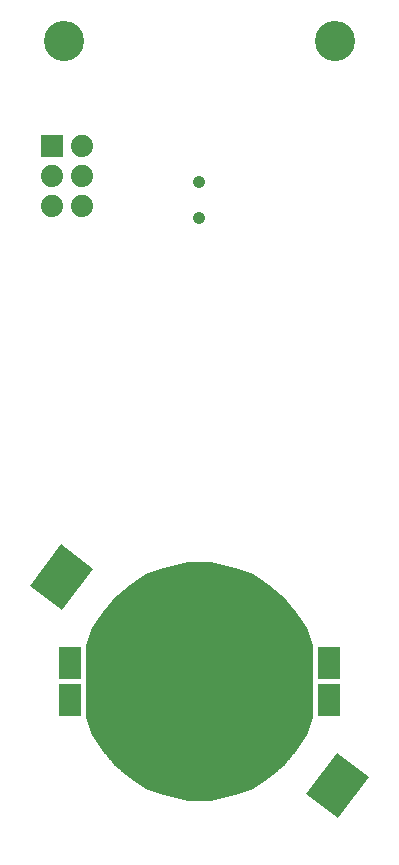
<source format=gbr>
G75*
%MOIN*%
%OFA0B0*%
%FSLAX25Y25*%
%IPPOS*%
%LPD*%
%AMOC8*
5,1,8,0,0,1.08239X$1,22.5*
%
%ADD10C,0.13398*%
%ADD11R,0.07800X0.10800*%
%ADD12C,0.32296*%
%ADD13C,0.00500*%
%ADD14R,0.07400X0.07400*%
%ADD15C,0.07400*%
%ADD16R,0.13398X0.17335*%
%ADD17C,0.04146*%
D10*
X0013780Y0261811D03*
X0104331Y0261811D03*
D11*
X0102362Y0054331D03*
X0015748Y0054331D03*
X0102362Y0042126D03*
X0015748Y0042126D03*
D12*
X0059055Y0048228D03*
D13*
X0059055Y0087598D02*
X0062992Y0087598D01*
X0070866Y0085630D01*
X0076772Y0083661D01*
X0082677Y0079724D01*
X0087008Y0076181D01*
X0090551Y0071850D01*
X0094488Y0065945D01*
X0096457Y0060039D01*
X0096457Y0048228D01*
X0059055Y0048228D01*
X0059055Y0087598D01*
X0059055Y0048356D02*
X0096457Y0048356D01*
X0096457Y0048854D02*
X0059055Y0048854D01*
X0059055Y0049353D02*
X0096457Y0049353D01*
X0096457Y0049851D02*
X0059055Y0049851D01*
X0059055Y0050350D02*
X0096457Y0050350D01*
X0096457Y0050848D02*
X0059055Y0050848D01*
X0059055Y0051347D02*
X0096457Y0051347D01*
X0096457Y0051845D02*
X0059055Y0051845D01*
X0059055Y0052344D02*
X0096457Y0052344D01*
X0096457Y0052842D02*
X0059055Y0052842D01*
X0059055Y0053341D02*
X0096457Y0053341D01*
X0096457Y0053839D02*
X0059055Y0053839D01*
X0059055Y0054338D02*
X0096457Y0054338D01*
X0096457Y0054836D02*
X0059055Y0054836D01*
X0059055Y0055335D02*
X0096457Y0055335D01*
X0096457Y0055833D02*
X0059055Y0055833D01*
X0059055Y0056332D02*
X0096457Y0056332D01*
X0096457Y0056830D02*
X0059055Y0056830D01*
X0059055Y0057329D02*
X0096457Y0057329D01*
X0096457Y0057827D02*
X0059055Y0057827D01*
X0059055Y0058326D02*
X0096457Y0058326D01*
X0096457Y0058824D02*
X0059055Y0058824D01*
X0059055Y0059323D02*
X0096457Y0059323D01*
X0096457Y0059821D02*
X0059055Y0059821D01*
X0059055Y0060320D02*
X0096363Y0060320D01*
X0096197Y0060818D02*
X0059055Y0060818D01*
X0059055Y0061317D02*
X0096031Y0061317D01*
X0095865Y0061815D02*
X0059055Y0061815D01*
X0059055Y0062314D02*
X0095699Y0062314D01*
X0095532Y0062812D02*
X0059055Y0062812D01*
X0059055Y0063311D02*
X0095366Y0063311D01*
X0095200Y0063809D02*
X0059055Y0063809D01*
X0059055Y0064308D02*
X0095034Y0064308D01*
X0094868Y0064806D02*
X0059055Y0064806D01*
X0059055Y0065305D02*
X0094701Y0065305D01*
X0094535Y0065803D02*
X0059055Y0065803D01*
X0059055Y0066302D02*
X0094250Y0066302D01*
X0093918Y0066801D02*
X0059055Y0066801D01*
X0059055Y0067299D02*
X0093585Y0067299D01*
X0093253Y0067798D02*
X0059055Y0067798D01*
X0059055Y0068296D02*
X0092921Y0068296D01*
X0092588Y0068795D02*
X0059055Y0068795D01*
X0059055Y0069293D02*
X0092256Y0069293D01*
X0091924Y0069792D02*
X0059055Y0069792D01*
X0059055Y0070290D02*
X0091591Y0070290D01*
X0091259Y0070789D02*
X0059055Y0070789D01*
X0059055Y0071287D02*
X0090927Y0071287D01*
X0090594Y0071786D02*
X0059055Y0071786D01*
X0059055Y0072284D02*
X0090196Y0072284D01*
X0089788Y0072783D02*
X0059055Y0072783D01*
X0059055Y0073281D02*
X0089381Y0073281D01*
X0088973Y0073780D02*
X0059055Y0073780D01*
X0059055Y0074278D02*
X0088565Y0074278D01*
X0088157Y0074777D02*
X0059055Y0074777D01*
X0059055Y0075275D02*
X0087749Y0075275D01*
X0087341Y0075774D02*
X0059055Y0075774D01*
X0059055Y0076272D02*
X0086896Y0076272D01*
X0086287Y0076771D02*
X0059055Y0076771D01*
X0059055Y0077269D02*
X0085678Y0077269D01*
X0085069Y0077768D02*
X0059055Y0077768D01*
X0059055Y0078266D02*
X0084459Y0078266D01*
X0083850Y0078765D02*
X0059055Y0078765D01*
X0059055Y0079263D02*
X0083241Y0079263D01*
X0082621Y0079762D02*
X0059055Y0079762D01*
X0059055Y0080260D02*
X0081873Y0080260D01*
X0081126Y0080759D02*
X0059055Y0080759D01*
X0059055Y0081257D02*
X0080378Y0081257D01*
X0079630Y0081756D02*
X0059055Y0081756D01*
X0059055Y0082254D02*
X0078882Y0082254D01*
X0078134Y0082753D02*
X0059055Y0082753D01*
X0059055Y0083251D02*
X0077387Y0083251D01*
X0076506Y0083750D02*
X0059055Y0083750D01*
X0059055Y0084248D02*
X0075011Y0084248D01*
X0073515Y0084747D02*
X0059055Y0084747D01*
X0059055Y0085245D02*
X0072020Y0085245D01*
X0070410Y0085744D02*
X0059055Y0085744D01*
X0059055Y0086242D02*
X0068416Y0086242D01*
X0066422Y0086741D02*
X0059055Y0086741D01*
X0059055Y0087239D02*
X0064428Y0087239D01*
X0059055Y0008858D02*
X0055118Y0008858D01*
X0047244Y0010827D01*
X0041339Y0012795D01*
X0035433Y0016732D01*
X0031102Y0020276D01*
X0027559Y0024606D01*
X0023622Y0030512D01*
X0021654Y0036417D01*
X0021654Y0048228D01*
X0059055Y0048228D01*
X0059055Y0008858D01*
X0059055Y0008973D02*
X0054658Y0008973D01*
X0052664Y0009472D02*
X0059055Y0009472D01*
X0059055Y0009970D02*
X0050670Y0009970D01*
X0048676Y0010469D02*
X0059055Y0010469D01*
X0059055Y0010967D02*
X0046823Y0010967D01*
X0045327Y0011466D02*
X0059055Y0011466D01*
X0059055Y0011964D02*
X0043832Y0011964D01*
X0042336Y0012463D02*
X0059055Y0012463D01*
X0059055Y0012961D02*
X0041090Y0012961D01*
X0040342Y0013460D02*
X0059055Y0013460D01*
X0059055Y0013958D02*
X0039594Y0013958D01*
X0038846Y0014457D02*
X0059055Y0014457D01*
X0059055Y0014955D02*
X0038098Y0014955D01*
X0037351Y0015454D02*
X0059055Y0015454D01*
X0059055Y0015952D02*
X0036603Y0015952D01*
X0035855Y0016451D02*
X0059055Y0016451D01*
X0059055Y0016949D02*
X0035168Y0016949D01*
X0034558Y0017448D02*
X0059055Y0017448D01*
X0059055Y0017946D02*
X0033949Y0017946D01*
X0033340Y0018445D02*
X0059055Y0018445D01*
X0059055Y0018943D02*
X0032731Y0018943D01*
X0032121Y0019442D02*
X0059055Y0019442D01*
X0059055Y0019940D02*
X0031512Y0019940D01*
X0030969Y0020439D02*
X0059055Y0020439D01*
X0059055Y0020937D02*
X0030561Y0020937D01*
X0030153Y0021436D02*
X0059055Y0021436D01*
X0059055Y0021934D02*
X0029745Y0021934D01*
X0029337Y0022433D02*
X0059055Y0022433D01*
X0059055Y0022932D02*
X0028929Y0022932D01*
X0028521Y0023430D02*
X0059055Y0023430D01*
X0059055Y0023929D02*
X0028114Y0023929D01*
X0027706Y0024427D02*
X0059055Y0024427D01*
X0059055Y0024926D02*
X0027346Y0024926D01*
X0027014Y0025424D02*
X0059055Y0025424D01*
X0059055Y0025923D02*
X0026682Y0025923D01*
X0026349Y0026421D02*
X0059055Y0026421D01*
X0059055Y0026920D02*
X0026017Y0026920D01*
X0025685Y0027418D02*
X0059055Y0027418D01*
X0059055Y0027917D02*
X0025352Y0027917D01*
X0025020Y0028415D02*
X0059055Y0028415D01*
X0059055Y0028914D02*
X0024687Y0028914D01*
X0024355Y0029412D02*
X0059055Y0029412D01*
X0059055Y0029911D02*
X0024023Y0029911D01*
X0023690Y0030409D02*
X0059055Y0030409D01*
X0059055Y0030908D02*
X0023490Y0030908D01*
X0023324Y0031406D02*
X0059055Y0031406D01*
X0059055Y0031905D02*
X0023158Y0031905D01*
X0022992Y0032403D02*
X0059055Y0032403D01*
X0059055Y0032902D02*
X0022825Y0032902D01*
X0022659Y0033400D02*
X0059055Y0033400D01*
X0059055Y0033899D02*
X0022493Y0033899D01*
X0022327Y0034397D02*
X0059055Y0034397D01*
X0059055Y0034896D02*
X0022161Y0034896D01*
X0021995Y0035394D02*
X0059055Y0035394D01*
X0059055Y0035893D02*
X0021828Y0035893D01*
X0021662Y0036391D02*
X0059055Y0036391D01*
X0059055Y0036890D02*
X0021654Y0036890D01*
X0021654Y0037388D02*
X0059055Y0037388D01*
X0059055Y0037887D02*
X0021654Y0037887D01*
X0021654Y0038385D02*
X0059055Y0038385D01*
X0059055Y0038884D02*
X0021654Y0038884D01*
X0021654Y0039382D02*
X0059055Y0039382D01*
X0059055Y0039881D02*
X0021654Y0039881D01*
X0021654Y0040379D02*
X0059055Y0040379D01*
X0059055Y0040878D02*
X0021654Y0040878D01*
X0021654Y0041376D02*
X0059055Y0041376D01*
X0059055Y0041875D02*
X0021654Y0041875D01*
X0021654Y0042373D02*
X0059055Y0042373D01*
X0059055Y0042872D02*
X0021654Y0042872D01*
X0021654Y0043370D02*
X0059055Y0043370D01*
X0059055Y0043869D02*
X0021654Y0043869D01*
X0021654Y0044368D02*
X0059055Y0044368D01*
X0059055Y0044866D02*
X0021654Y0044866D01*
X0021654Y0045365D02*
X0059055Y0045365D01*
X0059055Y0045863D02*
X0021654Y0045863D01*
X0021654Y0046362D02*
X0059055Y0046362D01*
X0059055Y0046860D02*
X0021654Y0046860D01*
X0021654Y0047359D02*
X0059055Y0047359D01*
X0059055Y0047857D02*
X0021654Y0047857D01*
X0021654Y0048228D02*
X0021654Y0060039D01*
X0023622Y0065945D01*
X0027559Y0071850D01*
X0031102Y0076181D01*
X0035433Y0079724D01*
X0041339Y0083661D01*
X0047244Y0085630D01*
X0055118Y0087598D01*
X0059055Y0087598D01*
X0059055Y0048228D01*
X0021654Y0048228D01*
X0021654Y0048356D02*
X0059055Y0048356D01*
X0059055Y0048854D02*
X0021654Y0048854D01*
X0021654Y0049353D02*
X0059055Y0049353D01*
X0059055Y0049851D02*
X0021654Y0049851D01*
X0021654Y0050350D02*
X0059055Y0050350D01*
X0059055Y0050848D02*
X0021654Y0050848D01*
X0021654Y0051347D02*
X0059055Y0051347D01*
X0059055Y0051845D02*
X0021654Y0051845D01*
X0021654Y0052344D02*
X0059055Y0052344D01*
X0059055Y0052842D02*
X0021654Y0052842D01*
X0021654Y0053341D02*
X0059055Y0053341D01*
X0059055Y0053839D02*
X0021654Y0053839D01*
X0021654Y0054338D02*
X0059055Y0054338D01*
X0059055Y0054836D02*
X0021654Y0054836D01*
X0021654Y0055335D02*
X0059055Y0055335D01*
X0059055Y0055833D02*
X0021654Y0055833D01*
X0021654Y0056332D02*
X0059055Y0056332D01*
X0059055Y0056830D02*
X0021654Y0056830D01*
X0021654Y0057329D02*
X0059055Y0057329D01*
X0059055Y0057827D02*
X0021654Y0057827D01*
X0021654Y0058326D02*
X0059055Y0058326D01*
X0059055Y0058824D02*
X0021654Y0058824D01*
X0021654Y0059323D02*
X0059055Y0059323D01*
X0059055Y0059821D02*
X0021654Y0059821D01*
X0021747Y0060320D02*
X0059055Y0060320D01*
X0059055Y0060818D02*
X0021913Y0060818D01*
X0022079Y0061317D02*
X0059055Y0061317D01*
X0059055Y0061815D02*
X0022246Y0061815D01*
X0022412Y0062314D02*
X0059055Y0062314D01*
X0059055Y0062812D02*
X0022578Y0062812D01*
X0022744Y0063311D02*
X0059055Y0063311D01*
X0059055Y0063809D02*
X0022910Y0063809D01*
X0023076Y0064308D02*
X0059055Y0064308D01*
X0059055Y0064806D02*
X0023243Y0064806D01*
X0023409Y0065305D02*
X0059055Y0065305D01*
X0059055Y0065803D02*
X0023575Y0065803D01*
X0023860Y0066302D02*
X0059055Y0066302D01*
X0059055Y0066801D02*
X0024192Y0066801D01*
X0024525Y0067299D02*
X0059055Y0067299D01*
X0059055Y0067798D02*
X0024857Y0067798D01*
X0025189Y0068296D02*
X0059055Y0068296D01*
X0059055Y0068795D02*
X0025522Y0068795D01*
X0025854Y0069293D02*
X0059055Y0069293D01*
X0059055Y0069792D02*
X0026187Y0069792D01*
X0026519Y0070290D02*
X0059055Y0070290D01*
X0059055Y0070789D02*
X0026851Y0070789D01*
X0027184Y0071287D02*
X0059055Y0071287D01*
X0059055Y0071786D02*
X0027516Y0071786D01*
X0027914Y0072284D02*
X0059055Y0072284D01*
X0059055Y0072783D02*
X0028322Y0072783D01*
X0028730Y0073281D02*
X0059055Y0073281D01*
X0059055Y0073780D02*
X0029138Y0073780D01*
X0029545Y0074278D02*
X0059055Y0074278D01*
X0059055Y0074777D02*
X0029953Y0074777D01*
X0030361Y0075275D02*
X0059055Y0075275D01*
X0059055Y0075774D02*
X0030769Y0075774D01*
X0031214Y0076272D02*
X0059055Y0076272D01*
X0059055Y0076771D02*
X0031823Y0076771D01*
X0032432Y0077269D02*
X0059055Y0077269D01*
X0059055Y0077768D02*
X0033042Y0077768D01*
X0033651Y0078266D02*
X0059055Y0078266D01*
X0059055Y0078765D02*
X0034260Y0078765D01*
X0034869Y0079263D02*
X0059055Y0079263D01*
X0059055Y0079762D02*
X0035489Y0079762D01*
X0036237Y0080260D02*
X0059055Y0080260D01*
X0059055Y0080759D02*
X0036985Y0080759D01*
X0037732Y0081257D02*
X0059055Y0081257D01*
X0059055Y0081756D02*
X0038480Y0081756D01*
X0039228Y0082254D02*
X0059055Y0082254D01*
X0059055Y0082753D02*
X0039976Y0082753D01*
X0040724Y0083251D02*
X0059055Y0083251D01*
X0059055Y0083750D02*
X0041604Y0083750D01*
X0043100Y0084248D02*
X0059055Y0084248D01*
X0059055Y0084747D02*
X0044595Y0084747D01*
X0046091Y0085245D02*
X0059055Y0085245D01*
X0059055Y0085744D02*
X0047700Y0085744D01*
X0049694Y0086242D02*
X0059055Y0086242D01*
X0059055Y0086741D02*
X0051688Y0086741D01*
X0053682Y0087239D02*
X0059055Y0087239D01*
X0096457Y0048228D02*
X0096457Y0036417D01*
X0094488Y0030512D01*
X0090551Y0024606D01*
X0087008Y0020276D01*
X0082677Y0016732D01*
X0076772Y0012795D01*
X0070866Y0010827D01*
X0062992Y0008858D01*
X0059055Y0008858D01*
X0059055Y0048228D01*
X0096457Y0048228D01*
X0063452Y0008973D02*
X0059055Y0008973D01*
X0059055Y0009472D02*
X0065446Y0009472D01*
X0067440Y0009970D02*
X0059055Y0009970D01*
X0059055Y0010469D02*
X0069434Y0010469D01*
X0071288Y0010967D02*
X0059055Y0010967D01*
X0059055Y0011466D02*
X0072783Y0011466D01*
X0074279Y0011964D02*
X0059055Y0011964D01*
X0059055Y0012463D02*
X0075774Y0012463D01*
X0077021Y0012961D02*
X0059055Y0012961D01*
X0059055Y0013460D02*
X0077768Y0013460D01*
X0078516Y0013958D02*
X0059055Y0013958D01*
X0059055Y0014457D02*
X0079264Y0014457D01*
X0080012Y0014955D02*
X0059055Y0014955D01*
X0059055Y0015454D02*
X0080760Y0015454D01*
X0081507Y0015952D02*
X0059055Y0015952D01*
X0059055Y0016451D02*
X0082255Y0016451D01*
X0082943Y0016949D02*
X0059055Y0016949D01*
X0059055Y0017448D02*
X0083552Y0017448D01*
X0084161Y0017946D02*
X0059055Y0017946D01*
X0059055Y0018445D02*
X0084770Y0018445D01*
X0085380Y0018943D02*
X0059055Y0018943D01*
X0059055Y0019442D02*
X0085989Y0019442D01*
X0086598Y0019940D02*
X0059055Y0019940D01*
X0059055Y0020439D02*
X0087142Y0020439D01*
X0087549Y0020937D02*
X0059055Y0020937D01*
X0059055Y0021436D02*
X0087957Y0021436D01*
X0088365Y0021934D02*
X0059055Y0021934D01*
X0059055Y0022433D02*
X0088773Y0022433D01*
X0089181Y0022932D02*
X0059055Y0022932D01*
X0059055Y0023430D02*
X0089589Y0023430D01*
X0089997Y0023929D02*
X0059055Y0023929D01*
X0059055Y0024427D02*
X0090405Y0024427D01*
X0090764Y0024926D02*
X0059055Y0024926D01*
X0059055Y0025424D02*
X0091096Y0025424D01*
X0091429Y0025923D02*
X0059055Y0025923D01*
X0059055Y0026421D02*
X0091761Y0026421D01*
X0092093Y0026920D02*
X0059055Y0026920D01*
X0059055Y0027418D02*
X0092426Y0027418D01*
X0092758Y0027917D02*
X0059055Y0027917D01*
X0059055Y0028415D02*
X0093090Y0028415D01*
X0093423Y0028914D02*
X0059055Y0028914D01*
X0059055Y0029412D02*
X0093755Y0029412D01*
X0094087Y0029911D02*
X0059055Y0029911D01*
X0059055Y0030409D02*
X0094420Y0030409D01*
X0094620Y0030908D02*
X0059055Y0030908D01*
X0059055Y0031406D02*
X0094786Y0031406D01*
X0094952Y0031905D02*
X0059055Y0031905D01*
X0059055Y0032403D02*
X0095119Y0032403D01*
X0095285Y0032902D02*
X0059055Y0032902D01*
X0059055Y0033400D02*
X0095451Y0033400D01*
X0095617Y0033899D02*
X0059055Y0033899D01*
X0059055Y0034397D02*
X0095783Y0034397D01*
X0095950Y0034896D02*
X0059055Y0034896D01*
X0059055Y0035394D02*
X0096116Y0035394D01*
X0096282Y0035893D02*
X0059055Y0035893D01*
X0059055Y0036391D02*
X0096448Y0036391D01*
X0096457Y0036890D02*
X0059055Y0036890D01*
X0059055Y0037388D02*
X0096457Y0037388D01*
X0096457Y0037887D02*
X0059055Y0037887D01*
X0059055Y0038385D02*
X0096457Y0038385D01*
X0096457Y0038884D02*
X0059055Y0038884D01*
X0059055Y0039382D02*
X0096457Y0039382D01*
X0096457Y0039881D02*
X0059055Y0039881D01*
X0059055Y0040379D02*
X0096457Y0040379D01*
X0096457Y0040878D02*
X0059055Y0040878D01*
X0059055Y0041376D02*
X0096457Y0041376D01*
X0096457Y0041875D02*
X0059055Y0041875D01*
X0059055Y0042373D02*
X0096457Y0042373D01*
X0096457Y0042872D02*
X0059055Y0042872D01*
X0059055Y0043370D02*
X0096457Y0043370D01*
X0096457Y0043869D02*
X0059055Y0043869D01*
X0059055Y0044368D02*
X0096457Y0044368D01*
X0096457Y0044866D02*
X0059055Y0044866D01*
X0059055Y0045365D02*
X0096457Y0045365D01*
X0096457Y0045863D02*
X0059055Y0045863D01*
X0059055Y0046362D02*
X0096457Y0046362D01*
X0096457Y0046860D02*
X0059055Y0046860D01*
X0059055Y0047359D02*
X0096457Y0047359D01*
X0096457Y0047857D02*
X0059055Y0047857D01*
D14*
X0009764Y0226535D03*
D15*
X0019764Y0226535D03*
X0009764Y0216535D03*
X0019764Y0216535D03*
X0009764Y0206535D03*
X0019764Y0206535D03*
D16*
G36*
X0013126Y0071986D02*
X0002427Y0080049D01*
X0012858Y0093892D01*
X0023557Y0085829D01*
X0013126Y0071986D01*
G37*
G36*
X0105252Y0002564D02*
X0094553Y0010627D01*
X0104984Y0024470D01*
X0115683Y0016407D01*
X0105252Y0002564D01*
G37*
D17*
X0059055Y0202756D03*
X0059055Y0214567D03*
M02*

</source>
